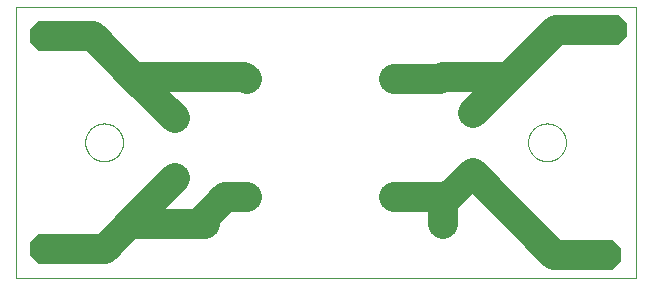
<source format=gtl>
G75*
%MOIN*%
%OFA0B0*%
%FSLAX25Y25*%
%IPPOS*%
%LPD*%
%AMOC8*
5,1,8,0,0,1.08239X$1,22.5*
%
%ADD10C,0.00000*%
%ADD11C,0.05150*%
%ADD12OC8,0.06300*%
%ADD13OC8,0.10000*%
%ADD14C,0.10000*%
D10*
X0001000Y0001000D02*
X0001000Y0091551D01*
X0207693Y0091551D01*
X0207693Y0001000D01*
X0001000Y0001000D01*
X0024229Y0046276D02*
X0024231Y0046434D01*
X0024237Y0046592D01*
X0024247Y0046750D01*
X0024261Y0046908D01*
X0024279Y0047065D01*
X0024300Y0047222D01*
X0024326Y0047378D01*
X0024356Y0047534D01*
X0024389Y0047689D01*
X0024427Y0047842D01*
X0024468Y0047995D01*
X0024513Y0048147D01*
X0024562Y0048298D01*
X0024615Y0048447D01*
X0024671Y0048595D01*
X0024731Y0048741D01*
X0024795Y0048886D01*
X0024863Y0049029D01*
X0024934Y0049171D01*
X0025008Y0049311D01*
X0025086Y0049448D01*
X0025168Y0049584D01*
X0025252Y0049718D01*
X0025341Y0049849D01*
X0025432Y0049978D01*
X0025527Y0050105D01*
X0025624Y0050230D01*
X0025725Y0050352D01*
X0025829Y0050471D01*
X0025936Y0050588D01*
X0026046Y0050702D01*
X0026159Y0050813D01*
X0026274Y0050922D01*
X0026392Y0051027D01*
X0026513Y0051129D01*
X0026636Y0051229D01*
X0026762Y0051325D01*
X0026890Y0051418D01*
X0027020Y0051508D01*
X0027153Y0051594D01*
X0027288Y0051678D01*
X0027424Y0051757D01*
X0027563Y0051834D01*
X0027704Y0051906D01*
X0027846Y0051976D01*
X0027990Y0052041D01*
X0028136Y0052103D01*
X0028283Y0052161D01*
X0028432Y0052216D01*
X0028582Y0052267D01*
X0028733Y0052314D01*
X0028885Y0052357D01*
X0029038Y0052396D01*
X0029193Y0052432D01*
X0029348Y0052463D01*
X0029504Y0052491D01*
X0029660Y0052515D01*
X0029817Y0052535D01*
X0029975Y0052551D01*
X0030132Y0052563D01*
X0030291Y0052571D01*
X0030449Y0052575D01*
X0030607Y0052575D01*
X0030765Y0052571D01*
X0030924Y0052563D01*
X0031081Y0052551D01*
X0031239Y0052535D01*
X0031396Y0052515D01*
X0031552Y0052491D01*
X0031708Y0052463D01*
X0031863Y0052432D01*
X0032018Y0052396D01*
X0032171Y0052357D01*
X0032323Y0052314D01*
X0032474Y0052267D01*
X0032624Y0052216D01*
X0032773Y0052161D01*
X0032920Y0052103D01*
X0033066Y0052041D01*
X0033210Y0051976D01*
X0033352Y0051906D01*
X0033493Y0051834D01*
X0033632Y0051757D01*
X0033768Y0051678D01*
X0033903Y0051594D01*
X0034036Y0051508D01*
X0034166Y0051418D01*
X0034294Y0051325D01*
X0034420Y0051229D01*
X0034543Y0051129D01*
X0034664Y0051027D01*
X0034782Y0050922D01*
X0034897Y0050813D01*
X0035010Y0050702D01*
X0035120Y0050588D01*
X0035227Y0050471D01*
X0035331Y0050352D01*
X0035432Y0050230D01*
X0035529Y0050105D01*
X0035624Y0049978D01*
X0035715Y0049849D01*
X0035804Y0049718D01*
X0035888Y0049584D01*
X0035970Y0049448D01*
X0036048Y0049311D01*
X0036122Y0049171D01*
X0036193Y0049029D01*
X0036261Y0048886D01*
X0036325Y0048741D01*
X0036385Y0048595D01*
X0036441Y0048447D01*
X0036494Y0048298D01*
X0036543Y0048147D01*
X0036588Y0047995D01*
X0036629Y0047842D01*
X0036667Y0047689D01*
X0036700Y0047534D01*
X0036730Y0047378D01*
X0036756Y0047222D01*
X0036777Y0047065D01*
X0036795Y0046908D01*
X0036809Y0046750D01*
X0036819Y0046592D01*
X0036825Y0046434D01*
X0036827Y0046276D01*
X0036825Y0046118D01*
X0036819Y0045960D01*
X0036809Y0045802D01*
X0036795Y0045644D01*
X0036777Y0045487D01*
X0036756Y0045330D01*
X0036730Y0045174D01*
X0036700Y0045018D01*
X0036667Y0044863D01*
X0036629Y0044710D01*
X0036588Y0044557D01*
X0036543Y0044405D01*
X0036494Y0044254D01*
X0036441Y0044105D01*
X0036385Y0043957D01*
X0036325Y0043811D01*
X0036261Y0043666D01*
X0036193Y0043523D01*
X0036122Y0043381D01*
X0036048Y0043241D01*
X0035970Y0043104D01*
X0035888Y0042968D01*
X0035804Y0042834D01*
X0035715Y0042703D01*
X0035624Y0042574D01*
X0035529Y0042447D01*
X0035432Y0042322D01*
X0035331Y0042200D01*
X0035227Y0042081D01*
X0035120Y0041964D01*
X0035010Y0041850D01*
X0034897Y0041739D01*
X0034782Y0041630D01*
X0034664Y0041525D01*
X0034543Y0041423D01*
X0034420Y0041323D01*
X0034294Y0041227D01*
X0034166Y0041134D01*
X0034036Y0041044D01*
X0033903Y0040958D01*
X0033768Y0040874D01*
X0033632Y0040795D01*
X0033493Y0040718D01*
X0033352Y0040646D01*
X0033210Y0040576D01*
X0033066Y0040511D01*
X0032920Y0040449D01*
X0032773Y0040391D01*
X0032624Y0040336D01*
X0032474Y0040285D01*
X0032323Y0040238D01*
X0032171Y0040195D01*
X0032018Y0040156D01*
X0031863Y0040120D01*
X0031708Y0040089D01*
X0031552Y0040061D01*
X0031396Y0040037D01*
X0031239Y0040017D01*
X0031081Y0040001D01*
X0030924Y0039989D01*
X0030765Y0039981D01*
X0030607Y0039977D01*
X0030449Y0039977D01*
X0030291Y0039981D01*
X0030132Y0039989D01*
X0029975Y0040001D01*
X0029817Y0040017D01*
X0029660Y0040037D01*
X0029504Y0040061D01*
X0029348Y0040089D01*
X0029193Y0040120D01*
X0029038Y0040156D01*
X0028885Y0040195D01*
X0028733Y0040238D01*
X0028582Y0040285D01*
X0028432Y0040336D01*
X0028283Y0040391D01*
X0028136Y0040449D01*
X0027990Y0040511D01*
X0027846Y0040576D01*
X0027704Y0040646D01*
X0027563Y0040718D01*
X0027424Y0040795D01*
X0027288Y0040874D01*
X0027153Y0040958D01*
X0027020Y0041044D01*
X0026890Y0041134D01*
X0026762Y0041227D01*
X0026636Y0041323D01*
X0026513Y0041423D01*
X0026392Y0041525D01*
X0026274Y0041630D01*
X0026159Y0041739D01*
X0026046Y0041850D01*
X0025936Y0041964D01*
X0025829Y0042081D01*
X0025725Y0042200D01*
X0025624Y0042322D01*
X0025527Y0042447D01*
X0025432Y0042574D01*
X0025341Y0042703D01*
X0025252Y0042834D01*
X0025168Y0042968D01*
X0025086Y0043104D01*
X0025008Y0043241D01*
X0024934Y0043381D01*
X0024863Y0043523D01*
X0024795Y0043666D01*
X0024731Y0043811D01*
X0024671Y0043957D01*
X0024615Y0044105D01*
X0024562Y0044254D01*
X0024513Y0044405D01*
X0024468Y0044557D01*
X0024427Y0044710D01*
X0024389Y0044863D01*
X0024356Y0045018D01*
X0024326Y0045174D01*
X0024300Y0045330D01*
X0024279Y0045487D01*
X0024261Y0045644D01*
X0024247Y0045802D01*
X0024237Y0045960D01*
X0024231Y0046118D01*
X0024229Y0046276D01*
X0171866Y0046276D02*
X0171868Y0046434D01*
X0171874Y0046592D01*
X0171884Y0046750D01*
X0171898Y0046908D01*
X0171916Y0047065D01*
X0171937Y0047222D01*
X0171963Y0047378D01*
X0171993Y0047534D01*
X0172026Y0047689D01*
X0172064Y0047842D01*
X0172105Y0047995D01*
X0172150Y0048147D01*
X0172199Y0048298D01*
X0172252Y0048447D01*
X0172308Y0048595D01*
X0172368Y0048741D01*
X0172432Y0048886D01*
X0172500Y0049029D01*
X0172571Y0049171D01*
X0172645Y0049311D01*
X0172723Y0049448D01*
X0172805Y0049584D01*
X0172889Y0049718D01*
X0172978Y0049849D01*
X0173069Y0049978D01*
X0173164Y0050105D01*
X0173261Y0050230D01*
X0173362Y0050352D01*
X0173466Y0050471D01*
X0173573Y0050588D01*
X0173683Y0050702D01*
X0173796Y0050813D01*
X0173911Y0050922D01*
X0174029Y0051027D01*
X0174150Y0051129D01*
X0174273Y0051229D01*
X0174399Y0051325D01*
X0174527Y0051418D01*
X0174657Y0051508D01*
X0174790Y0051594D01*
X0174925Y0051678D01*
X0175061Y0051757D01*
X0175200Y0051834D01*
X0175341Y0051906D01*
X0175483Y0051976D01*
X0175627Y0052041D01*
X0175773Y0052103D01*
X0175920Y0052161D01*
X0176069Y0052216D01*
X0176219Y0052267D01*
X0176370Y0052314D01*
X0176522Y0052357D01*
X0176675Y0052396D01*
X0176830Y0052432D01*
X0176985Y0052463D01*
X0177141Y0052491D01*
X0177297Y0052515D01*
X0177454Y0052535D01*
X0177612Y0052551D01*
X0177769Y0052563D01*
X0177928Y0052571D01*
X0178086Y0052575D01*
X0178244Y0052575D01*
X0178402Y0052571D01*
X0178561Y0052563D01*
X0178718Y0052551D01*
X0178876Y0052535D01*
X0179033Y0052515D01*
X0179189Y0052491D01*
X0179345Y0052463D01*
X0179500Y0052432D01*
X0179655Y0052396D01*
X0179808Y0052357D01*
X0179960Y0052314D01*
X0180111Y0052267D01*
X0180261Y0052216D01*
X0180410Y0052161D01*
X0180557Y0052103D01*
X0180703Y0052041D01*
X0180847Y0051976D01*
X0180989Y0051906D01*
X0181130Y0051834D01*
X0181269Y0051757D01*
X0181405Y0051678D01*
X0181540Y0051594D01*
X0181673Y0051508D01*
X0181803Y0051418D01*
X0181931Y0051325D01*
X0182057Y0051229D01*
X0182180Y0051129D01*
X0182301Y0051027D01*
X0182419Y0050922D01*
X0182534Y0050813D01*
X0182647Y0050702D01*
X0182757Y0050588D01*
X0182864Y0050471D01*
X0182968Y0050352D01*
X0183069Y0050230D01*
X0183166Y0050105D01*
X0183261Y0049978D01*
X0183352Y0049849D01*
X0183441Y0049718D01*
X0183525Y0049584D01*
X0183607Y0049448D01*
X0183685Y0049311D01*
X0183759Y0049171D01*
X0183830Y0049029D01*
X0183898Y0048886D01*
X0183962Y0048741D01*
X0184022Y0048595D01*
X0184078Y0048447D01*
X0184131Y0048298D01*
X0184180Y0048147D01*
X0184225Y0047995D01*
X0184266Y0047842D01*
X0184304Y0047689D01*
X0184337Y0047534D01*
X0184367Y0047378D01*
X0184393Y0047222D01*
X0184414Y0047065D01*
X0184432Y0046908D01*
X0184446Y0046750D01*
X0184456Y0046592D01*
X0184462Y0046434D01*
X0184464Y0046276D01*
X0184462Y0046118D01*
X0184456Y0045960D01*
X0184446Y0045802D01*
X0184432Y0045644D01*
X0184414Y0045487D01*
X0184393Y0045330D01*
X0184367Y0045174D01*
X0184337Y0045018D01*
X0184304Y0044863D01*
X0184266Y0044710D01*
X0184225Y0044557D01*
X0184180Y0044405D01*
X0184131Y0044254D01*
X0184078Y0044105D01*
X0184022Y0043957D01*
X0183962Y0043811D01*
X0183898Y0043666D01*
X0183830Y0043523D01*
X0183759Y0043381D01*
X0183685Y0043241D01*
X0183607Y0043104D01*
X0183525Y0042968D01*
X0183441Y0042834D01*
X0183352Y0042703D01*
X0183261Y0042574D01*
X0183166Y0042447D01*
X0183069Y0042322D01*
X0182968Y0042200D01*
X0182864Y0042081D01*
X0182757Y0041964D01*
X0182647Y0041850D01*
X0182534Y0041739D01*
X0182419Y0041630D01*
X0182301Y0041525D01*
X0182180Y0041423D01*
X0182057Y0041323D01*
X0181931Y0041227D01*
X0181803Y0041134D01*
X0181673Y0041044D01*
X0181540Y0040958D01*
X0181405Y0040874D01*
X0181269Y0040795D01*
X0181130Y0040718D01*
X0180989Y0040646D01*
X0180847Y0040576D01*
X0180703Y0040511D01*
X0180557Y0040449D01*
X0180410Y0040391D01*
X0180261Y0040336D01*
X0180111Y0040285D01*
X0179960Y0040238D01*
X0179808Y0040195D01*
X0179655Y0040156D01*
X0179500Y0040120D01*
X0179345Y0040089D01*
X0179189Y0040061D01*
X0179033Y0040037D01*
X0178876Y0040017D01*
X0178718Y0040001D01*
X0178561Y0039989D01*
X0178402Y0039981D01*
X0178244Y0039977D01*
X0178086Y0039977D01*
X0177928Y0039981D01*
X0177769Y0039989D01*
X0177612Y0040001D01*
X0177454Y0040017D01*
X0177297Y0040037D01*
X0177141Y0040061D01*
X0176985Y0040089D01*
X0176830Y0040120D01*
X0176675Y0040156D01*
X0176522Y0040195D01*
X0176370Y0040238D01*
X0176219Y0040285D01*
X0176069Y0040336D01*
X0175920Y0040391D01*
X0175773Y0040449D01*
X0175627Y0040511D01*
X0175483Y0040576D01*
X0175341Y0040646D01*
X0175200Y0040718D01*
X0175061Y0040795D01*
X0174925Y0040874D01*
X0174790Y0040958D01*
X0174657Y0041044D01*
X0174527Y0041134D01*
X0174399Y0041227D01*
X0174273Y0041323D01*
X0174150Y0041423D01*
X0174029Y0041525D01*
X0173911Y0041630D01*
X0173796Y0041739D01*
X0173683Y0041850D01*
X0173573Y0041964D01*
X0173466Y0042081D01*
X0173362Y0042200D01*
X0173261Y0042322D01*
X0173164Y0042447D01*
X0173069Y0042574D01*
X0172978Y0042703D01*
X0172889Y0042834D01*
X0172805Y0042968D01*
X0172723Y0043104D01*
X0172645Y0043241D01*
X0172571Y0043381D01*
X0172500Y0043523D01*
X0172432Y0043666D01*
X0172368Y0043811D01*
X0172308Y0043957D01*
X0172252Y0044105D01*
X0172199Y0044254D01*
X0172150Y0044405D01*
X0172105Y0044557D01*
X0172064Y0044710D01*
X0172026Y0044863D01*
X0171993Y0045018D01*
X0171963Y0045174D01*
X0171937Y0045330D01*
X0171916Y0045487D01*
X0171898Y0045644D01*
X0171884Y0045802D01*
X0171874Y0045960D01*
X0171868Y0046118D01*
X0171866Y0046276D01*
D11*
X0143441Y0068205D03*
X0127260Y0067299D03*
X0078047Y0067299D03*
X0064307Y0068205D03*
X0078047Y0027929D03*
X0064307Y0018992D03*
X0127260Y0027929D03*
X0143441Y0018992D03*
D12*
X0153362Y0036039D03*
X0153362Y0056039D03*
X0054150Y0054307D03*
X0054150Y0034307D03*
D13*
X0010843Y0010843D03*
X0010843Y0081709D03*
X0197850Y0008874D03*
X0199819Y0083677D03*
D14*
X0181000Y0083677D01*
X0163835Y0066512D01*
X0162142Y0068205D01*
X0143441Y0068205D01*
X0142535Y0067299D01*
X0127260Y0067299D01*
X0153362Y0056039D02*
X0163835Y0066512D01*
X0153362Y0036039D02*
X0180528Y0008874D01*
X0197850Y0008874D01*
X0153362Y0036039D02*
X0145252Y0027929D01*
X0142732Y0027929D01*
X0143441Y0027220D01*
X0143441Y0018992D01*
X0142732Y0027929D02*
X0127260Y0027929D01*
X0078047Y0027929D02*
X0070961Y0027929D01*
X0062024Y0018992D01*
X0040094Y0018992D01*
X0039465Y0019622D01*
X0054150Y0034307D01*
X0039465Y0019622D02*
X0030685Y0010843D01*
X0010843Y0010843D01*
X0062024Y0018992D02*
X0064307Y0018992D01*
X0054150Y0054307D02*
X0040252Y0068205D01*
X0064307Y0068205D01*
X0077142Y0068205D01*
X0078047Y0067299D01*
X0040252Y0068205D02*
X0026748Y0081709D01*
X0010843Y0081709D01*
M02*

</source>
